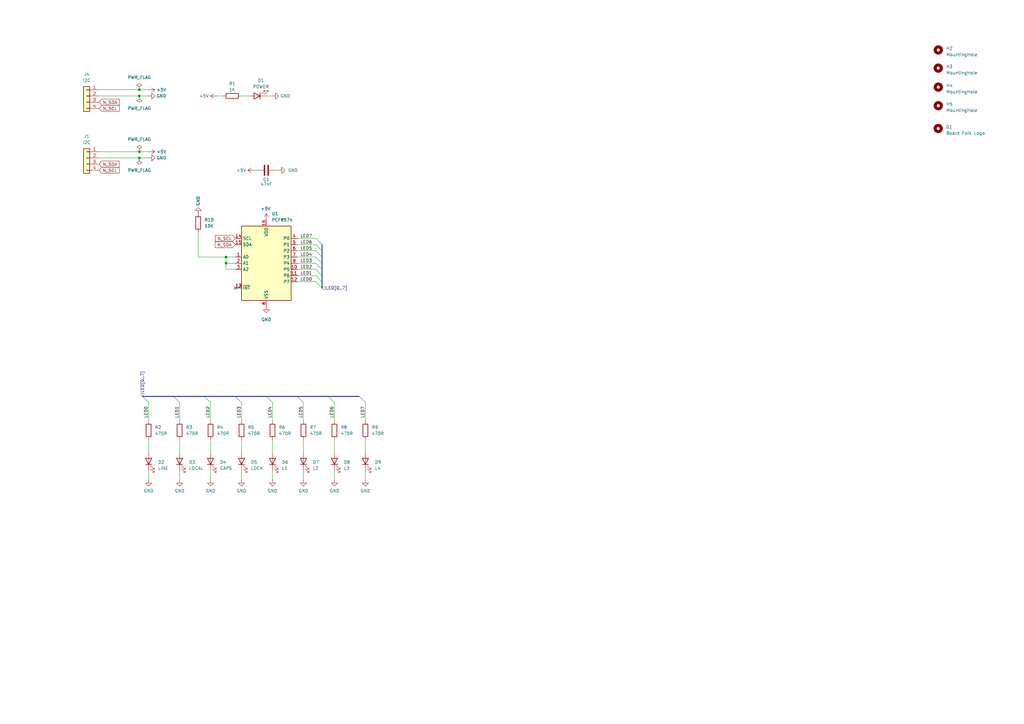
<source format=kicad_sch>
(kicad_sch (version 20231120) (generator "eeschema") (generator_version "8.0")
  (paper "A3")
  (lib_symbols
    (symbol "Connector_Generic:Conn_01x04" (pin_names (offset 1.016) hide)
      (property "Reference" "J" (at 0 5.08 0))
      (property "Value" "Conn_01x04" (at 0 -7.62 0))
      (symbol "Conn_01x04_1_1"
        (rectangle (start -1.27 -4.953) (end 0 -5.207) (stroke (width 0.1524)))
        (rectangle (start -1.27 -2.413) (end 0 -2.667) (stroke (width 0.1524)))
        (rectangle (start -1.27 0.127) (end 0 -0.127) (stroke (width 0.1524)))
        (rectangle (start -1.27 2.667) (end 0 2.413) (stroke (width 0.1524)))
        (rectangle (start -1.27 3.81) (end 1.27 -6.35) (stroke (width 0.254)) (fill (type background)))
        (pin passive line (at -5.08 2.54 0) (length 3.81) (name "Pin_1") (number "1"))
        (pin passive line (at -5.08 0 0) (length 3.81) (name "Pin_2") (number "2"))
        (pin passive line (at -5.08 -2.54 0) (length 3.81) (name "Pin_3") (number "3"))
        (pin passive line (at -5.08 -5.08 0) (length 3.81) (name "Pin_4") (number "4"))
      )
    )
    (symbol "Device:C" (pin_numbers hide) (pin_names (offset 0.254))
      (property "Reference" "C" (at 0.635 2.54 0))
      (property "Value" "C" (at 0.635 -2.54 0))
      (symbol "C_0_1"
        (polyline (pts (xy -2.032 -0.762) (xy 2.032 -0.762)) (stroke (width 0.508)))
        (polyline (pts (xy -2.032 0.762) (xy 2.032 0.762)) (stroke (width 0.508)))
      )
      (symbol "C_1_1"
        (pin passive line (at 0 3.81 270) (length 2.794) (name "~") (number "1"))
        (pin passive line (at 0 -3.81 90) (length 2.794) (name "~") (number "2"))
      )
    )
    (symbol "Device:LED" (pin_numbers hide) (pin_names (offset 1.016) hide)
      (property "Reference" "D" (at 0 2.54 0))
      (property "Value" "LED" (at 0 -2.54 0))
      (symbol "LED_0_1"
        (polyline (pts (xy -1.27 -1.27) (xy -1.27 1.27)) (stroke (width 0.254)))
        (polyline (pts (xy -1.27 0) (xy 1.27 0)))
        (polyline (pts (xy 1.27 -1.27) (xy 1.27 1.27) (xy -1.27 0) (xy 1.27 -1.27)) (stroke (width 0.254)))
        (polyline (pts (xy -3.048 -0.762) (xy -4.572 -2.286) (xy -3.81 -2.286) (xy -4.572 -2.286) (xy -4.572 -1.524)))
        (polyline (pts (xy -1.778 -0.762) (xy -3.302 -2.286) (xy -2.54 -2.286) (xy -3.302 -2.286) (xy -3.302 -1.524)))
      )
      (symbol "LED_1_1"
        (pin passive line (at -3.81 0 0) (length 2.54) (name "K") (number "1"))
        (pin passive line (at 3.81 0 180) (length 2.54) (name "A") (number "2"))
      )
    )
    (symbol "Device:R" (pin_numbers hide) (pin_names (offset 0))
      (property "Reference" "R" (at 2.032 0 90))
      (property "Value" "R" (at 0 0 90))
      (symbol "R_0_1"
        (rectangle (start -1.016 -2.54) (end 1.016 2.54) (stroke (width 0.254)))
      )
      (symbol "R_1_1"
        (pin passive line (at 0 3.81 270) (length 1.27) (name "~") (number "1"))
        (pin passive line (at 0 -3.81 90) (length 1.27) (name "~") (number "2"))
      )
    )
    (symbol "Interface_Expansion:PCF8574"
      (property "Reference" "U" (at -8.89 16.51 0))
      (property "Value" "PCF8574" (at 2.54 16.51 0))
      (symbol "PCF8574_0_1"
        (rectangle (start -10.16 15.24) (end 10.16 -15.24) (stroke (width 0.254)) (fill (type background)))
      )
      (symbol "PCF8574_1_1"
        (pin input line (at -12.7 2.54 0) (length 2.54) (name "A0") (number "1"))
        (pin bidirectional line (at 12.7 -2.54 180) (length 2.54) (name "P5") (number "10"))
        (pin bidirectional line (at 12.7 -5.08 180) (length 2.54) (name "P6") (number "11"))
        (pin bidirectional line (at 12.7 -7.62 180) (length 2.54) (name "P7") (number "12"))
        (pin open_collector output_low (at -12.7 -10.16 0) (length 2.54) (name "~{INT}") (number "13"))
        (pin input line (at -12.7 10.16 0) (length 2.54) (name "SCL") (number "14"))
        (pin bidirectional line (at -12.7 7.62 0) (length 2.54) (name "SDA") (number "15"))
        (pin power_in line (at 0 17.78 270) (length 2.54) (name "VDD") (number "16"))
        (pin input line (at -12.7 0 0) (length 2.54) (name "A1") (number "2"))
        (pin input line (at -12.7 -2.54 0) (length 2.54) (name "A2") (number "3"))
        (pin bidirectional line (at 12.7 10.16 180) (length 2.54) (name "P0") (number "4"))
        (pin bidirectional line (at 12.7 7.62 180) (length 2.54) (name "P1") (number "5"))
        (pin bidirectional line (at 12.7 5.08 180) (length 2.54) (name "P2") (number "6"))
        (pin bidirectional line (at 12.7 2.54 180) (length 2.54) (name "P3") (number "7"))
        (pin power_in line (at 0 -17.78 90) (length 2.54) (name "VSS") (number "8"))
        (pin bidirectional line (at 12.7 0 180) (length 2.54) (name "P4") (number "9"))
      )
    )
    (symbol "Mechanical:MountingHole" (pin_names (offset 1.016)) (exclude_from_sim yes) (in_bom no)
      (property "Reference" "H" (at 0 5.08 0))
      (property "Value" "MountingHole" (at 0 3.175 0))
      (symbol "MountingHole_0_1"
        (circle (center 0 0) (radius 1.27) (stroke (width 1.27)))
      )
    )
    (symbol "power:+5V" (power) (pin_numbers hide) (pin_names (offset 0) hide)
      (property "Value" "+5V" (at 0 3.556 0))
      (symbol "+5V_0_1"
        (polyline (pts (xy -0.762 1.27) (xy 0 2.54)))
        (polyline (pts (xy 0 0) (xy 0 2.54)))
        (polyline (pts (xy 0 2.54) (xy 0.762 1.27)))
      )
      (symbol "+5V_1_1"
        (pin power_in line (at 0 0 90) (length 0) (name "~") (number "1"))
      )
    )
    (symbol "power:GND" (power) (pin_numbers hide) (pin_names (offset 0) hide)
      (property "Value" "GND" (at 0 -3.81 0))
      (symbol "GND_0_1"
        (polyline (pts (xy 0 0) (xy 0 -1.27) (xy 1.27 -1.27) (xy 0 -2.54) (xy -1.27 -1.27) (xy 0 -1.27)))
      )
      (symbol "GND_1_1"
        (pin power_in line (at 0 0 270) (length 0) (name "~") (number "1"))
      )
    )
    (symbol "power:PWR_FLAG" (power) (pin_numbers hide) (pin_names (offset 0) hide)
      (property "Value" "PWR_FLAG" (at 0 3.81 0))
      (symbol "PWR_FLAG_0_0"
        (pin power_out line (at 0 0 90) (length 0) (name "~") (number "1"))
      )
      (symbol "PWR_FLAG_0_1"
        (polyline (pts (xy 0 0) (xy 0 1.27) (xy -1.016 1.905) (xy 0 2.54) (xy 1.016 1.905) (xy 0 1.27)))
      )
    )
  )
  (junction (at 92.71 105.41))
  (junction (at 57.15 62.23))
  (junction (at 92.71 107.95))
  (junction (at 57.15 36.83))
  (junction (at 57.15 39.37))
  (junction (at 57.15 64.77))
  (no_connect (at 96.52 118.11))
  (bus_entry (at 99.06 165.1) (size -2.54 -2.54))
  (bus_entry (at 86.36 165.1) (size -2.54 -2.54))
  (bus_entry (at 129.54 113.03) (size 2.54 2.54))
  (bus_entry (at 124.46 165.1) (size -2.54 -2.54))
  (bus_entry (at 129.54 110.49) (size 2.54 2.54))
  (bus_entry (at 129.54 115.57) (size 2.54 2.54))
  (bus_entry (at 149.86 165.1) (size -2.54 -2.54))
  (bus_entry (at 129.54 105.41) (size 2.54 2.54))
  (bus_entry (at 60.96 165.1) (size -2.54 -2.54))
  (bus_entry (at 129.54 100.33) (size 2.54 2.54))
  (bus_entry (at 129.54 97.79) (size 2.54 2.54))
  (bus_entry (at 73.66 165.1) (size -2.54 -2.54))
  (bus_entry (at 129.54 107.95) (size 2.54 2.54))
  (bus_entry (at 111.76 165.1) (size -2.54 -2.54))
  (bus_entry (at 137.16 165.1) (size -2.54 -2.54))
  (bus_entry (at 129.54 102.87) (size 2.54 2.54))
  (wire (pts (xy 60.96 64.77) (xy 57.15 64.77)))
  (wire (pts (xy 60.96 172.72) (xy 60.96 165.1)))
  (bus (pts (xy 132.08 102.87) (xy 132.08 100.33)))
  (bus (pts (xy 96.52 162.56) (xy 109.22 162.56)))
  (wire (pts (xy 60.96 185.42) (xy 60.96 180.34)))
  (wire (pts (xy 92.71 110.49) (xy 92.71 107.95)))
  (wire (pts (xy 60.96 196.85) (xy 60.96 193.04)))
  (wire (pts (xy 60.96 36.83) (xy 57.15 36.83)))
  (wire (pts (xy 73.66 172.72) (xy 73.66 165.1)))
  (wire (pts (xy 109.22 39.37) (xy 111.76 39.37)))
  (wire (pts (xy 40.64 36.83) (xy 57.15 36.83)))
  (wire (pts (xy 99.06 196.85) (xy 99.06 193.04)))
  (wire (pts (xy 121.92 105.41) (xy 129.54 105.41)))
  (bus (pts (xy 132.08 105.41) (xy 132.08 102.87)))
  (wire (pts (xy 40.64 39.37) (xy 57.15 39.37)))
  (wire (pts (xy 60.96 39.37) (xy 57.15 39.37)))
  (bus (pts (xy 132.08 107.95) (xy 132.08 105.41)))
  (wire (pts (xy 121.92 110.49) (xy 129.54 110.49)))
  (bus (pts (xy 134.62 162.56) (xy 147.32 162.56)))
  (bus (pts (xy 132.08 115.57) (xy 132.08 113.03)))
  (wire (pts (xy 92.71 105.41) (xy 96.52 105.41)))
  (wire (pts (xy 99.06 172.72) (xy 99.06 165.1)))
  (wire (pts (xy 88.9 39.37) (xy 91.44 39.37)))
  (wire (pts (xy 60.96 62.23) (xy 57.15 62.23)))
  (wire (pts (xy 121.92 102.87) (xy 129.54 102.87)))
  (wire (pts (xy 149.86 172.72) (xy 149.86 165.1)))
  (wire (pts (xy 104.14 69.85) (xy 105.41 69.85)))
  (wire (pts (xy 96.52 110.49) (xy 92.71 110.49)))
  (wire (pts (xy 121.92 97.79) (xy 129.54 97.79)))
  (wire (pts (xy 137.16 172.72) (xy 137.16 165.1)))
  (wire (pts (xy 149.86 185.42) (xy 149.86 180.34)))
  (bus (pts (xy 121.92 162.56) (xy 134.62 162.56)))
  (wire (pts (xy 73.66 185.42) (xy 73.66 180.34)))
  (bus (pts (xy 71.12 162.56) (xy 83.82 162.56)))
  (wire (pts (xy 121.92 100.33) (xy 129.54 100.33)))
  (bus (pts (xy 109.22 162.56) (xy 121.92 162.56)))
  (wire (pts (xy 86.36 196.85) (xy 86.36 193.04)))
  (wire (pts (xy 99.06 185.42) (xy 99.06 180.34)))
  (wire (pts (xy 111.76 185.42) (xy 111.76 180.34)))
  (wire (pts (xy 92.71 107.95) (xy 92.71 105.41)))
  (wire (pts (xy 40.64 62.23) (xy 57.15 62.23)))
  (wire (pts (xy 124.46 185.42) (xy 124.46 180.34)))
  (bus (pts (xy 132.08 113.03) (xy 132.08 110.49)))
  (wire (pts (xy 113.03 69.85) (xy 114.3 69.85)))
  (wire (pts (xy 81.28 95.25) (xy 81.28 105.41)))
  (wire (pts (xy 86.36 172.72) (xy 86.36 165.1)))
  (bus (pts (xy 58.42 162.56) (xy 71.12 162.56)))
  (wire (pts (xy 111.76 172.72) (xy 111.76 165.1)))
  (wire (pts (xy 124.46 172.72) (xy 124.46 165.1)))
  (bus (pts (xy 132.08 110.49) (xy 132.08 107.95)))
  (wire (pts (xy 86.36 185.42) (xy 86.36 180.34)))
  (wire (pts (xy 121.92 115.57) (xy 129.54 115.57)))
  (wire (pts (xy 149.86 196.85) (xy 149.86 193.04)))
  (wire (pts (xy 121.92 107.95) (xy 129.54 107.95)))
  (wire (pts (xy 137.16 196.85) (xy 137.16 193.04)))
  (wire (pts (xy 73.66 196.85) (xy 73.66 193.04)))
  (wire (pts (xy 92.71 107.95) (xy 96.52 107.95)))
  (wire (pts (xy 111.76 196.85) (xy 111.76 193.04)))
  (wire (pts (xy 137.16 185.42) (xy 137.16 180.34)))
  (wire (pts (xy 40.64 64.77) (xy 57.15 64.77)))
  (bus (pts (xy 83.82 162.56) (xy 96.52 162.56)))
  (wire (pts (xy 99.06 39.37) (xy 101.6 39.37)))
  (wire (pts (xy 124.46 196.85) (xy 124.46 193.04)))
  (bus (pts (xy 132.08 118.11) (xy 132.08 115.57)))
  (wire (pts (xy 121.92 113.03) (xy 129.54 113.03)))
  (wire (pts (xy 81.28 105.41) (xy 92.71 105.41)))
  (label "LED4" (at 123.19 105.41 0))
  (label "LED0" (at 123.19 115.57 0))
  (label "LED6" (at 123.19 100.33 0))
  (label "LED3" (at 123.19 107.95 0))
  (label "LED7" (at 123.19 97.79 0))
  (label "LED1" (at 73.66 171.45 90))
  (label "LED6" (at 137.16 171.45 90))
  (label "LED2" (at 123.19 110.49 0))
  (label "LED5" (at 123.19 102.87 0))
  (label "LED1" (at 123.19 113.03 0))
  (label "LED7" (at 149.86 171.45 90))
  (label "LED0" (at 60.96 171.45 90))
  (label "LED5" (at 124.46 171.45 90))
  (label "LED3" (at 99.06 171.45 90))
  (label "LED4" (at 111.76 171.45 90))
  (label "LED2" (at 86.36 171.45 90))
  (global_label "N_SCL" (shape input) (at 40.64 44.45 0) (property "Intersheetrefs" "${INTERSHEET_REFS}" (effects (hide yes))))
  (global_label "N_SCL" (shape input) (at 96.52 97.79 180) (property "Intersheetrefs" "${INTERSHEET_REFS}" (effects (hide yes))))
  (global_label "N_SDA" (shape input) (at 96.52 100.33 180) (property "Intersheetrefs" "${INTERSHEET_REFS}" (effects (hide yes))))
  (global_label "N_SDA" (shape input) (at 40.64 67.31 0) (property "Intersheetrefs" "${INTERSHEET_REFS}" (effects (hide yes))))
  (global_label "N_SCL" (shape input) (at 40.64 69.85 0) (property "Intersheetrefs" "${INTERSHEET_REFS}" (effects (hide yes))))
  (global_label "N_SDA" (shape input) (at 40.64 41.91 0) (property "Intersheetrefs" "${INTERSHEET_REFS}" (effects (hide yes))))
  (hierarchical_label "LED[0..7]" (shape input) (at 58.42 162.56 90))
  (hierarchical_label "LED[0..7]" (shape input) (at 132.08 118.11 0))
  (symbol (lib_id "Device:R") (at 81.28 91.44 0) (unit 1)
    (property "Reference" "R10" (at 83.82 90.17 0) (effects (justify left)))
    (property "Value" "10K" (at 83.82 92.71 0) (effects (justify left)))
    (property "Footprint" "Resistor_THT:R_Axial_DIN0204_L3.6mm_D1.6mm_P7.62mm_Horizontal" (effects (hide yes)))
    (property "Description" "Resistor" (effects (hide yes)))
  )
  (symbol (lib_id "Device:LED") (at 60.96 189.23 90) (unit 1)
    (property "Reference" "D2" (at 64.77 189.5474 90) (effects (justify right)))
    (property "Value" "LINE" (at 64.77 192.0874 90) (effects (justify right)))
    (property "Footprint" "LED_THT:LED_D3.0mm" (effects (hide yes)))
    (property "Description" "Light emitting diode" (effects (hide yes)))
  )
  (symbol (lib_id "Device:R") (at 99.06 176.53 0) (unit 1)
    (property "Reference" "R5" (at 101.6 175.2599 0) (effects (justify left)))
    (property "Value" "470R" (at 101.6 177.7999 0) (effects (justify left)))
    (property "Footprint" "Resistor_THT:R_Axial_DIN0204_L3.6mm_D1.6mm_P7.62mm_Horizontal" (effects (hide yes)))
    (property "Description" "Resistor" (effects (hide yes)))
  )
  (symbol (lib_id "Device:C") (at 109.22 69.85 270) (unit 1)
    (property "Reference" "C1" (at 109.22 73.66 90))
    (property "Value" "47nF" (at 109.22 75.565 90))
    (property "Footprint" "Capacitor_THT:C_Disc_D4.3mm_W1.9mm_P5.00mm" (effects (hide yes)))
    (property "Description" "Unpolarized capacitor" (effects (hide yes)))
  )
  (symbol (lib_id "power:PWR_FLAG") (at 57.15 62.23 0) (unit 1)
    (property "Reference" "#FLG03" (effects (hide yes)))
    (property "Value" "PWR_FLAG" (at 57.15 57.15 0))
    (property "Description" "Special symbol for telling ERC where power comes from" (effects (hide yes)))
  )
  (symbol (lib_id "Device:R") (at 73.66 176.53 0) (unit 1)
    (property "Reference" "R3" (at 76.2 175.2599 0) (effects (justify left)))
    (property "Value" "470R" (at 76.2 177.7999 0) (effects (justify left)))
    (property "Footprint" "Resistor_THT:R_Axial_DIN0204_L3.6mm_D1.6mm_P7.62mm_Horizontal" (effects (hide yes)))
    (property "Description" "Resistor" (effects (hide yes)))
  )
  (symbol (lib_id "Mechanical:MountingHole") (at 384.8454 35.7348 0) (unit 1)
    (property "Reference" "H4" (at 388.0204 35.0998 0) (effects (justify left)))
    (property "Value" "MountingHole" (at 388.0204 37.6398 0) (effects (justify left)))
    (property "Footprint" "MountingHole:MountingHole_2.1mm" (effects (hide yes)))
    (property "Description" "Mounting Hole without connection" (effects (hide yes)))
  )
  (symbol (lib_id "power:+5V") (at 88.9 39.37 90) (unit 1)
    (property "Reference" "#PWR012" (effects (hide yes)))
    (property "Value" "+5V" (at 85.725 39.37 90) (effects (justify left)))
    (property "Description" "Power symbol creates a global label with name \"+5V\"" (effects (hide yes)))
  )
  (symbol (lib_id "power:GND") (at 149.86 196.85 0) (unit 1)
    (property "Reference" "#PWR08" (effects (hide yes)))
    (property "Value" "GND" (at 149.86 201.295 0))
    (property "Description" "Power symbol creates a global label with name \"GND\" , ground" (effects (hide yes)))
  )
  (symbol (lib_id "Mechanical:MountingHole") (at 384.8454 43.3548 0) (unit 1)
    (property "Reference" "H5" (at 388.0204 42.7198 0) (effects (justify left)))
    (property "Value" "MountingHole" (at 388.0204 45.2598 0) (effects (justify left)))
    (property "Footprint" "MountingHole:MountingHole_2.1mm" (effects (hide yes)))
    (property "Description" "Mounting Hole without connection" (effects (hide yes)))
  )
  (symbol (lib_id "power:GND") (at 60.96 196.85 0) (unit 1)
    (property "Reference" "#PWR01" (effects (hide yes)))
    (property "Value" "GND" (at 60.96 201.295 0))
    (property "Description" "Power symbol creates a global label with name \"GND\" , ground" (effects (hide yes)))
  )
  (symbol (lib_id "power:+5V") (at 60.96 62.23 270) (unit 1)
    (property "Reference" "#PWR015" (effects (hide yes)))
    (property "Value" "+5V" (at 64.135 62.23 90) (effects (justify left)))
    (property "Description" "Power symbol creates a global label with name \"+5V\"" (effects (hide yes)))
  )
  (symbol (lib_id "power:PWR_FLAG") (at 57.15 64.77 180) (unit 1)
    (property "Reference" "#FLG04" (effects (hide yes)))
    (property "Value" "PWR_FLAG" (at 57.15 69.85 0))
    (property "Description" "Special symbol for telling ERC where power comes from" (effects (hide yes)))
  )
  (symbol (lib_id "Mechanical:MountingHole") (at 384.8454 20.4948 0) (unit 1)
    (property "Reference" "H2" (at 388.0204 19.8598 0) (effects (justify left)))
    (property "Value" "MountingHole" (at 388.0204 22.3998 0) (effects (justify left)))
    (property "Footprint" "MountingHole:MountingHole_2.1mm" (effects (hide yes)))
    (property "Description" "Mounting Hole without connection" (effects (hide yes)))
  )
  (symbol (lib_id "power:GND") (at 73.66 196.85 0) (unit 1)
    (property "Reference" "#PWR02" (effects (hide yes)))
    (property "Value" "GND" (at 73.66 201.295 0))
    (property "Description" "Power symbol creates a global label with name \"GND\" , ground" (effects (hide yes)))
  )
  (symbol (lib_id "Device:R") (at 60.96 176.53 0) (unit 1)
    (property "Reference" "R2" (at 63.5 175.2599 0) (effects (justify left)))
    (property "Value" "470R" (at 63.5 177.7999 0) (effects (justify left)))
    (property "Footprint" "Resistor_THT:R_Axial_DIN0204_L3.6mm_D1.6mm_P7.62mm_Horizontal" (effects (hide yes)))
    (property "Description" "Resistor" (effects (hide yes)))
  )
  (symbol (lib_id "power:GND") (at 99.06 196.85 0) (unit 1)
    (property "Reference" "#PWR04" (effects (hide yes)))
    (property "Value" "GND" (at 99.06 201.295 0))
    (property "Description" "Power symbol creates a global label with name \"GND\" , ground" (effects (hide yes)))
  )
  (symbol (lib_id "power:+5V") (at 60.96 36.83 270) (unit 1)
    (property "Reference" "#PWR028" (effects (hide yes)))
    (property "Value" "+5V" (at 64.135 36.83 90) (effects (justify left)))
    (property "Description" "Power symbol creates a global label with name \"+5V\"" (effects (hide yes)))
  )
  (symbol (lib_id "Device:LED") (at 86.36 189.23 90) (unit 1)
    (property "Reference" "D4" (at 90.17 189.5474 90) (effects (justify right)))
    (property "Value" "CAPS" (at 90.17 192.0874 90) (effects (justify right)))
    (property "Footprint" "LED_THT:LED_D3.0mm" (effects (hide yes)))
    (property "Description" "Light emitting diode" (effects (hide yes)))
  )
  (symbol (lib_id "Device:LED") (at 149.86 189.23 90) (unit 1)
    (property "Reference" "D9" (at 153.67 189.5474 90) (effects (justify right)))
    (property "Value" "L4" (at 153.67 192.0874 90) (effects (justify right)))
    (property "Footprint" "LED_THT:LED_D3.0mm" (effects (hide yes)))
    (property "Description" "Light emitting diode" (effects (hide yes)))
  )
  (symbol (lib_id "Device:LED") (at 99.06 189.23 90) (unit 1)
    (property "Reference" "D5" (at 102.87 189.5474 90) (effects (justify right)))
    (property "Value" "LOCK" (at 102.87 192.0874 90) (effects (justify right)))
    (property "Footprint" "LED_THT:LED_D3.0mm" (effects (hide yes)))
    (property "Description" "Light emitting diode" (effects (hide yes)))
  )
  (symbol (lib_id "Device:R") (at 86.36 176.53 0) (unit 1)
    (property "Reference" "R4" (at 88.9 175.2599 0) (effects (justify left)))
    (property "Value" "470R" (at 88.9 177.7999 0) (effects (justify left)))
    (property "Footprint" "Resistor_THT:R_Axial_DIN0204_L3.6mm_D1.6mm_P7.62mm_Horizontal" (effects (hide yes)))
    (property "Description" "Resistor" (effects (hide yes)))
  )
  (symbol (lib_id "power:GND") (at 124.46 196.85 0) (unit 1)
    (property "Reference" "#PWR06" (effects (hide yes)))
    (property "Value" "GND" (at 124.46 201.295 0))
    (property "Description" "Power symbol creates a global label with name \"GND\" , ground" (effects (hide yes)))
  )
  (symbol (lib_id "Interface_Expansion:PCF8574") (at 109.22 107.95 0) (unit 1)
    (property "Reference" "U1" (at 111.4141 87.63 0) (effects (justify left)))
    (property "Value" "PCF8574" (at 111.4141 90.17 0) (effects (justify left)))
    (property "Footprint" "Package_DIP:DIP-16_W7.62mm" (effects (hide yes)))
    (property "Datasheet" "http://www.nxp.com/docs/en/data-sheet/PCF8574_PCF8574A.pdf" (effects (hide yes)))
    (property "Description" "8 Bit Port/Expander to I2C Bus, DIP/SOIC-16" (effects (hide yes)))
  )
  (symbol (lib_id "Device:LED") (at 105.41 39.37 180) (unit 1)
    (property "Reference" "D1" (at 106.9975 33.02 0))
    (property "Value" "POWER" (at 106.9975 35.56 0))
    (property "Footprint" "LED_THT:LED_D3.0mm" (effects (hide yes)))
    (property "Description" "Light emitting diode" (effects (hide yes)))
  )
  (symbol (lib_id "power:GND") (at 60.96 39.37 90) (unit 1)
    (property "Reference" "#PWR029" (effects (hide yes)))
    (property "Value" "GND" (at 64.135 39.37 90) (effects (justify right)))
    (property "Description" "Power symbol creates a global label with name \"GND\" , ground" (effects (hide yes)))
  )
  (symbol (lib_id "Device:LED") (at 73.66 189.23 90) (unit 1)
    (property "Reference" "D3" (at 77.47 189.5474 90) (effects (justify right)))
    (property "Value" "LOCAL" (at 77.47 192.0874 90) (effects (justify right)))
    (property "Footprint" "LED_THT:LED_D3.0mm" (effects (hide yes)))
    (property "Description" "Light emitting diode" (effects (hide yes)))
  )
  (symbol (lib_id "power:GND") (at 86.36 196.85 0) (unit 1)
    (property "Reference" "#PWR03" (effects (hide yes)))
    (property "Value" "GND" (at 86.36 201.295 0))
    (property "Description" "Power symbol creates a global label with name \"GND\" , ground" (effects (hide yes)))
  )
  (symbol (lib_id "power:GND") (at 114.3 69.85 90) (unit 1)
    (property "Reference" "#PWR014" (effects (hide yes)))
    (property "Value" "GND" (at 118.11 69.85 90) (effects (justify right)))
    (property "Description" "Power symbol creates a global label with name \"GND\" , ground" (effects (hide yes)))
  )
  (symbol (lib_id "Device:R") (at 95.25 39.37 90) (unit 1)
    (property "Reference" "R1" (at 95.25 34.29 90))
    (property "Value" "1K" (at 95.25 36.83 90))
    (property "Footprint" "Resistor_THT:R_Axial_DIN0204_L3.6mm_D1.6mm_P7.62mm_Horizontal" (effects (hide yes)))
    (property "Description" "Resistor" (effects (hide yes)))
  )
  (symbol (lib_id "Device:R") (at 111.76 176.53 0) (unit 1)
    (property "Reference" "R6" (at 114.3 175.2599 0) (effects (justify left)))
    (property "Value" "470R" (at 114.3 177.7999 0) (effects (justify left)))
    (property "Footprint" "Resistor_THT:R_Axial_DIN0204_L3.6mm_D1.6mm_P7.62mm_Horizontal" (effects (hide yes)))
    (property "Description" "Resistor" (effects (hide yes)))
  )
  (symbol (lib_id "Device:R") (at 124.46 176.53 0) (unit 1)
    (property "Reference" "R7" (at 127 175.2599 0) (effects (justify left)))
    (property "Value" "470R" (at 127 177.7999 0) (effects (justify left)))
    (property "Footprint" "Resistor_THT:R_Axial_DIN0204_L3.6mm_D1.6mm_P7.62mm_Horizontal" (effects (hide yes)))
    (property "Description" "Resistor" (effects (hide yes)))
  )
  (symbol (lib_id "Device:R") (at 149.86 176.53 0) (unit 1)
    (property "Reference" "R9" (at 152.4 175.2599 0) (effects (justify left)))
    (property "Value" "470R" (at 152.4 177.7999 0) (effects (justify left)))
    (property "Footprint" "Resistor_THT:R_Axial_DIN0204_L3.6mm_D1.6mm_P7.62mm_Horizontal" (effects (hide yes)))
    (property "Description" "Resistor" (effects (hide yes)))
  )
  (symbol (lib_id "Device:LED") (at 111.76 189.23 90) (unit 1)
    (property "Reference" "D6" (at 115.57 189.5474 90) (effects (justify right)))
    (property "Value" "L1" (at 115.57 192.0874 90) (effects (justify right)))
    (property "Footprint" "LED_THT:LED_D3.0mm" (effects (hide yes)))
    (property "Description" "Light emitting diode" (effects (hide yes)))
  )
  (symbol (lib_id "Device:LED") (at 124.46 189.23 90) (unit 1)
    (property "Reference" "D7" (at 128.27 189.5474 90) (effects (justify right)))
    (property "Value" "L2" (at 128.27 192.0874 90) (effects (justify right)))
    (property "Footprint" "LED_THT:LED_D3.0mm" (effects (hide yes)))
    (property "Description" "Light emitting diode" (effects (hide yes)))
  )
  (symbol (lib_id "Connector_Generic:Conn_01x04") (at 35.56 64.77 0) (mirror y) (unit 1)
    (property "Reference" "J1" (at 35.56 55.88 0))
    (property "Value" "I2C" (at 35.56 58.42 0))
    (property "Footprint" "Connector_PinHeader_2.54mm:PinHeader_1x04_P2.54mm_Vertical" (effects (hide yes)))
    (property "Description" "Generic connector, single row, 01x04, script generated (kicad-library-utils/schlib/autogen/connector/)" (effects (hide yes)))
  )
  (symbol (lib_id "power:PWR_FLAG") (at 57.15 39.37 180) (unit 1)
    (property "Reference" "#FLG02" (effects (hide yes)))
    (property "Value" "PWR_FLAG" (at 57.15 44.45 0))
    (property "Description" "Special symbol for telling ERC where power comes from" (effects (hide yes)))
  )
  (symbol (lib_id "power:GND") (at 109.22 125.73 0) (mirror y) (unit 1)
    (property "Reference" "#PWR011" (effects (hide yes)))
    (property "Value" "GND" (at 107.188 131.064 0) (effects (justify right)))
    (property "Description" "Power symbol creates a global label with name \"GND\" , ground" (effects (hide yes)))
  )
  (symbol (lib_id "power:GND") (at 111.76 196.85 0) (unit 1)
    (property "Reference" "#PWR05" (effects (hide yes)))
    (property "Value" "GND" (at 111.76 201.295 0))
    (property "Description" "Power symbol creates a global label with name \"GND\" , ground" (effects (hide yes)))
  )
  (symbol (lib_id "power:+5V") (at 109.22 90.17 0) (mirror y) (unit 1)
    (property "Reference" "#PWR010" (effects (hide yes)))
    (property "Value" "+5V" (at 110.998 85.598 0) (effects (justify left)))
    (property "Description" "Power symbol creates a global label with name \"+5V\"" (effects (hide yes)))
  )
  (symbol (lib_id "power:GND") (at 60.96 64.77 90) (unit 1)
    (property "Reference" "#PWR017" (effects (hide yes)))
    (property "Value" "GND" (at 64.135 64.77 90) (effects (justify right)))
    (property "Description" "Power symbol creates a global label with name \"GND\" , ground" (effects (hide yes)))
  )
  (symbol (lib_id "Connector_Generic:Conn_01x04") (at 35.56 39.37 0) (mirror y) (unit 1)
    (property "Reference" "J4" (at 35.56 30.48 0))
    (property "Value" "I2C" (at 35.56 33.02 0))
    (property "Footprint" "Connector_PinHeader_2.54mm:PinHeader_1x04_P2.54mm_Vertical" (effects (hide yes)))
    (property "Description" "Generic connector, single row, 01x04, script generated (kicad-library-utils/schlib/autogen/connector/)" (effects (hide yes)))
  )
  (symbol (lib_id "Mechanical:MountingHole") (at 384.81 27.94 0) (unit 1)
    (property "Reference" "H3" (at 387.985 27.305 0) (effects (justify left)))
    (property "Value" "MountingHole" (at 387.985 29.845 0) (effects (justify left)))
    (property "Footprint" "MountingHole:MountingHole_2.1mm" (effects (hide yes)))
    (property "Description" "Mounting Hole without connection" (effects (hide yes)))
  )
  (symbol (lib_id "power:GND") (at 81.28 87.63 0) (mirror x) (unit 1)
    (property "Reference" "#PWR09" (effects (hide yes)))
    (property "Value" "GND" (at 81.28 84.455 90) (effects (justify right)))
    (property "Description" "Power symbol creates a global label with name \"GND\" , ground" (effects (hide yes)))
  )
  (symbol (lib_id "Device:LED") (at 137.16 189.23 90) (unit 1)
    (property "Reference" "D8" (at 140.97 189.5474 90) (effects (justify right)))
    (property "Value" "L3" (at 140.97 192.0874 90) (effects (justify right)))
    (property "Footprint" "LED_THT:LED_D3.0mm" (effects (hide yes)))
    (property "Description" "Light emitting diode" (effects (hide yes)))
  )
  (symbol (lib_id "Device:R") (at 137.16 176.53 0) (unit 1)
    (property "Reference" "R8" (at 139.7 175.2599 0) (effects (justify left)))
    (property "Value" "470R" (at 139.7 177.7999 0) (effects (justify left)))
    (property "Footprint" "Resistor_THT:R_Axial_DIN0204_L3.6mm_D1.6mm_P7.62mm_Horizontal" (effects (hide yes)))
    (property "Description" "Resistor" (effects (hide yes)))
  )
  (symbol (lib_id "power:GND") (at 137.16 196.85 0) (unit 1)
    (property "Reference" "#PWR07" (effects (hide yes)))
    (property "Value" "GND" (at 137.16 201.295 0))
    (property "Description" "Power symbol creates a global label with name \"GND\" , ground" (effects (hide yes)))
  )
  (symbol (lib_id "Mechanical:MountingHole") (at 384.81 52.705 0) (unit 1)
    (property "Reference" "G1" (at 387.985 52.07 0) (effects (justify left)))
    (property "Value" "Board Folk Logo" (at 387.985 54.61 0) (effects (justify left)))
    (property "Footprint" "TIMI2CLEDPanel:BF8" (effects (hide yes)))
    (property "Description" "Mounting Hole without connection" (effects (hide yes)))
  )
  (symbol (lib_id "power:GND") (at 111.76 39.37 90) (unit 1)
    (property "Reference" "#PWR016" (effects (hide yes)))
    (property "Value" "GND" (at 114.935 39.37 90) (effects (justify right)))
    (property "Description" "Power symbol creates a global label with name \"GND\" , ground" (effects (hide yes)))
  )
  (symbol (lib_id "power:+5V") (at 104.14 69.85 90) (unit 1)
    (property "Reference" "#PWR013" (effects (hide yes)))
    (property "Value" "+5V" (at 100.965 69.85 90) (effects (justify left)))
    (property "Description" "Power symbol creates a global label with name \"+5V\"" (effects (hide yes)))
  )
  (symbol (lib_id "power:PWR_FLAG") (at 57.15 36.83 0) (unit 1)
    (property "Reference" "#FLG01" (effects (hide yes)))
    (property "Value" "PWR_FLAG" (at 57.15 31.75 0))
    (property "Description" "Special symbol for telling ERC where power comes from" (effects (hide yes)))
  )
)
</source>
